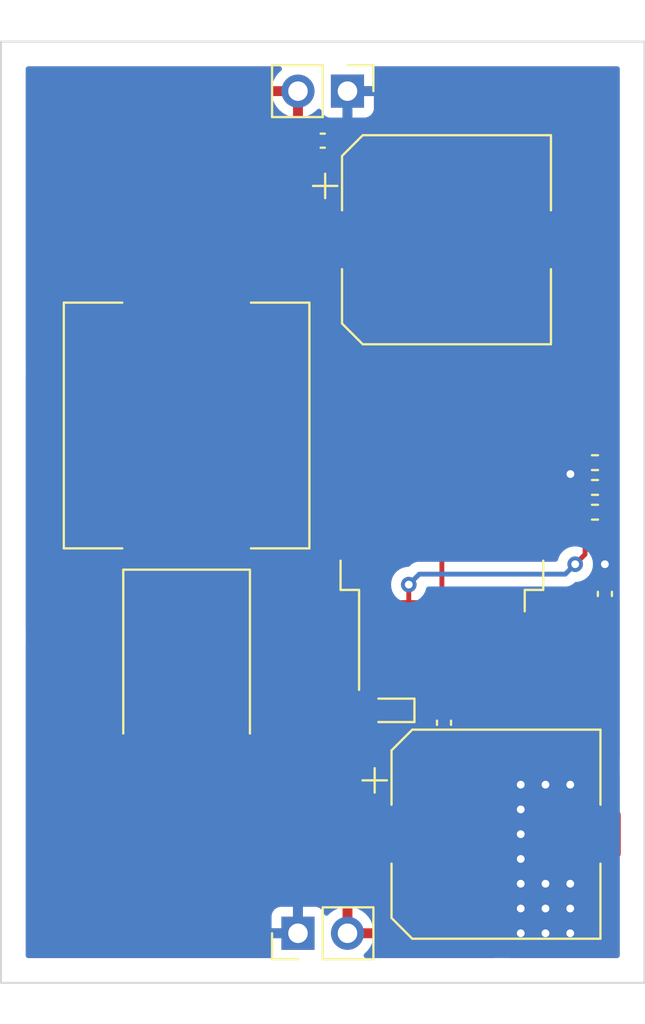
<source format=kicad_pcb>
(kicad_pcb (version 20211014) (generator pcbnew)
  (layers (0 "F.Cu" signal) (31 "B.Cu" signal) (34 "B.Paste" user) (35 "F.Paste" user) (36 "B.SilkS" user "B.Silkscreen") (37 "F.SilkS" user "F.Silkscreen") (38 "B.Mask" user) (39 "F.Mask" user) (44 "Edge.Cuts" user))
  (net 0 "")
  (net 1 "+12V")
  (net 2 "GND")
  (net 3 "Net-(C3-Pad2)")
  (net 4 "+5V")
  (net 5 "Net-(D2-Pad1)")
  (net 6 "Net-(R1-Pad1)")
  (net 7 "/REG_OUT")
  (footprint "Connector_PinHeader_2.54mm:PinHeader_1x02_P2.54mm_Vertical" (layer "F.Cu") (at 66.04 68.58 -90)
    (fp_text reference "J2" hide)
    (fp_text value "Conn_01x02")
    (fp_line (start -1.33 1.27) (end 1.33 1.27) (layer "F.SilkS") (width 0.12))
    (fp_line (start 1.33 1.27) (end 1.33 3.87) (layer "F.SilkS") (width 0.12))
    (fp_line (start -1.33 0) (end -1.33 -1.33) (layer "F.SilkS") (width 0.12))
    (fp_line (start -1.33 3.87) (end 1.33 3.87) (layer "F.SilkS") (width 0.12))
    (fp_line (start -1.33 1.27) (end -1.33 3.87) (layer "F.SilkS") (width 0.12))
    (fp_line (start -1.33 -1.33) (end 0 -1.33) (layer "F.SilkS") (width 0.12))
    (pad "1" thru_hole rect (at 0 0 270) (size 1.7 1.7) (drill 1) (layers *.Cu *.Mask) (net 2 "GND"))
    (pad "2" thru_hole oval (at 0 2.54 270) (size 1.7 1.7) (drill 1) (layers *.Cu *.Mask) (net 4 "+5V"))
  )
  (footprint "Diode_SMD:D_SMC" (layer "F.Cu") (at 57.785 97.917 -90)
    (fp_text reference "D1" hide)
    (fp_text value "B540")
    (fp_line (start -4.8 -3.25) (end 3.6 -3.25) (layer "F.SilkS") (width 0.12))
    (fp_line (start -4.8 3.25) (end -4.8 -3.25) (layer "F.SilkS") (width 0.12))
    (fp_line (start -4.8 3.25) (end 3.6 3.25) (layer "F.SilkS") (width 0.12))
    (pad "1" smd rect (at -3.4 0) (size 3.3 2.5) (layers "F.Cu" "F.Paste" "F.Mask") (net 7 "/REG_OUT"))
    (pad "2" smd rect (at 3.4 0) (size 3.3 2.5) (layers "F.Cu" "F.Paste" "F.Mask") (net 2 "GND"))
  )
  (footprint "Resistor_SMD:R_0402_1005Metric" (layer "F.Cu") (at 78.74 87.63 180)
    (fp_text reference "R1" hide)
    (fp_text value "10k")
    (fp_line (start -0.153641 0.38) (end 0.153641 0.38) (layer "F.SilkS") (width 0.12))
    (fp_line (start -0.153641 -0.38) (end 0.153641 -0.38) (layer "F.SilkS") (width 0.12))
    (pad "1" smd roundrect (at -0.51 0 180) (size 0.54 0.64) (layers "F.Cu" "F.Paste" "F.Mask") (net 6 "Net-(R1-Pad1)"))
    (pad "2" smd roundrect (at 0.51 0 180) (size 0.54 0.64) (layers "F.Cu" "F.Paste" "F.Mask") (net 4 "+5V"))
  )
  (footprint "Package_TO_SOT_SMD:TO-263-5_TabPin3" (layer "F.Cu") (at 70.885 91.205 90)
    (fp_text reference "U1" hide)
    (fp_text value "XL4015")
    (fp_line (start -2.95 -5.2) (end -2.95 -4.25) (layer "F.SilkS") (width 0.12))
    (fp_line (start -1.45 5.2) (end -2.95 5.2) (layer "F.SilkS") (width 0.12))
    (fp_line (start -2.95 4.25) (end -4.05 4.25) (layer "F.SilkS") (width 0.12))
    (fp_line (start -2.95 -4.25) (end -8.075 -4.25) (layer "F.SilkS") (width 0.12))
    (fp_line (start -1.45 -5.2) (end -2.95 -5.2) (layer "F.SilkS") (width 0.12))
    (fp_line (start -2.95 5.2) (end -2.95 4.25) (layer "F.SilkS") (width 0.12))
    (pad "1" smd rect (at -5.775 -3.4 90) (size 4.6 1.1) (layers "F.Cu" "F.Paste" "F.Mask") (net 2 "GND"))
    (pad "2" smd rect (at -5.775 -1.7 90) (size 4.6 1.1) (layers "F.Cu" "F.Paste" "F.Mask") (net 5 "Net-(D2-Pad1)"))
    (pad "3" smd rect (at 3.375 0 90) (size 9.4 10.8) (layers "F.Cu" "F.Mask") (net 7 "/REG_OUT"))
    (pad "3" smd rect (at -5.775 0 90) (size 4.6 1.1) (layers "F.Cu" "F.Paste" "F.Mask") (net 7 "/REG_OUT"))
    (pad "4" smd rect (at -5.775 1.7 90) (size 4.6 1.1) (layers "F.Cu" "F.Paste" "F.Mask") (net 3 "Net-(C3-Pad2)"))
    (pad "5" smd rect (at -5.775 3.4 90) (size 4.6 1.1) (layers "F.Cu" "F.Paste" "F.Mask") (net 1 "+12V"))
  )
  (footprint "Connector_PinHeader_2.54mm:PinHeader_1x02_P2.54mm_Vertical" (layer "F.Cu") (at 63.5 111.76 90)
    (fp_text reference "J1" hide)
    (fp_text value "Conn_01x02")
    (fp_line (start -1.33 1.27) (end 1.33 1.27) (layer "F.SilkS") (width 0.12))
    (fp_line (start -1.33 0) (end -1.33 -1.33) (layer "F.SilkS") (width 0.12))
    (fp_line (start -1.33 3.87) (end 1.33 3.87) (layer "F.SilkS") (width 0.12))
    (fp_line (start -1.33 1.27) (end -1.33 3.87) (layer "F.SilkS") (width 0.12))
    (fp_line (start -1.33 -1.33) (end 0 -1.33) (layer "F.SilkS") (width 0.12))
    (fp_line (start 1.33 1.27) (end 1.33 3.87) (layer "F.SilkS") (width 0.12))
    (pad "1" thru_hole rect (at 0 0 90) (size 1.7 1.7) (drill 1) (layers *.Cu *.Mask) (net 2 "GND"))
    (pad "2" thru_hole oval (at 0 2.54 90) (size 1.7 1.7) (drill 1) (layers *.Cu *.Mask) (net 1 "+12V"))
  )
  (footprint "Capacitor_SMD:C_0402_1005Metric" (layer "F.Cu") (at 70.993 100.965 90)
    (fp_text reference "C3" hide)
    (fp_text value "1nF")
    (fp_line (start -0.107836 -0.36) (end 0.107836 -0.36) (layer "F.SilkS") (width 0.12))
    (fp_line (start -0.107836 0.36) (end 0.107836 0.36) (layer "F.SilkS") (width 0.12))
    (pad "1" smd roundrect (at -0.48 0 90) (size 0.56 0.62) (layers "F.Cu" "F.Paste" "F.Mask") (net 1 "+12V"))
    (pad "2" smd roundrect (at 0.48 0 90) (size 0.56 0.62) (layers "F.Cu" "F.Paste" "F.Mask") (net 3 "Net-(C3-Pad2)"))
  )
  (footprint "Resistor_SMD:R_0402_1005Metric" (layer "F.Cu") (at 78.74 90.17)
    (fp_text reference "R2" hide)
    (fp_text value "10k")
    (fp_line (start -0.153641 -0.38) (end 0.153641 -0.38) (layer "F.SilkS") (width 0.12))
    (fp_line (start -0.153641 0.38) (end 0.153641 0.38) (layer "F.SilkS") (width 0.12))
    (pad "1" smd roundrect (at -0.51 0) (size 0.54 0.64) (layers "F.Cu" "F.Paste" "F.Mask") (net 5 "Net-(D2-Pad1)"))
    (pad "2" smd roundrect (at 0.51 0) (size 0.54 0.64) (layers "F.Cu" "F.Paste" "F.Mask") (net 6 "Net-(R1-Pad1)"))
  )
  (footprint "Capacitor_SMD:C_0402_1005Metric" (layer "F.Cu") (at 64.77 71.12)
    (fp_text reference "C4" hide)
    (fp_text value "1nF")
    (fp_line (start -0.107836 -0.36) (end 0.107836 -0.36) (layer "F.SilkS") (width 0.12))
    (fp_line (start -0.107836 0.36) (end 0.107836 0.36) (layer "F.SilkS") (width 0.12))
    (pad "1" smd roundrect (at -0.48 0) (size 0.56 0.62) (layers "F.Cu" "F.Paste" "F.Mask") (net 4 "+5V"))
    (pad "2" smd roundrect (at 0.48 0) (size 0.56 0.62) (layers "F.Cu" "F.Paste" "F.Mask") (net 2 "GND"))
  )
  (footprint "Diode_SMD:D_SOD-523" (layer "F.Cu") (at 68.326 100.33 180)
    (fp_text reference "D2" hide)
    (fp_text value "1N4148")
    (fp_line (start 0.7 0.6) (end -1.15 0.6) (layer "F.SilkS") (width 0.12))
    (fp_line (start 0.7 -0.6) (end -1.15 -0.6) (layer "F.SilkS") (width 0.12))
    (fp_line (start -1.15 -0.6) (end -1.15 0.6) (layer "F.SilkS") (width 0.12))
    (pad "1" smd rect (at -0.7 0) (size 0.6 0.7) (layers "F.Cu" "F.Paste" "F.Mask") (net 5 "Net-(D2-Pad1)"))
    (pad "2" smd rect (at 0.7 0) (size 0.6 0.7) (layers "F.Cu" "F.Paste" "F.Mask") (net 2 "GND"))
  )
  (footprint "Capacitor_SMD:C_0402_1005Metric" (layer "F.Cu") (at 79.248 94.361 90)
    (fp_text reference "C2" hide)
    (fp_text value "1nF")
    (fp_line (start -0.107836 -0.36) (end 0.107836 -0.36) (layer "F.SilkS") (width 0.12))
    (fp_line (start -0.107836 0.36) (end 0.107836 0.36) (layer "F.SilkS") (width 0.12))
    (pad "1" smd roundrect (at -0.48 0 90) (size 0.56 0.62) (layers "F.Cu" "F.Paste" "F.Mask") (net 1 "+12V"))
    (pad "2" smd roundrect (at 0.48 0 90) (size 0.56 0.62) (layers "F.Cu" "F.Paste" "F.Mask") (net 2 "GND"))
  )
  (footprint "Capacitor_SMD:CP_Elec_10x10.5" (layer "F.Cu") (at 71.12 76.2)
    (fp_text reference "C5" hide)
    (fp_text value "330uF 25V")
    (fp_line (start -4.295563 -5.36) (end 5.36 -5.36) (layer "F.SilkS") (width 0.12))
    (fp_line (start -5.36 4.295563) (end -5.36 1.51) (layer "F.SilkS") (width 0.12))
    (fp_line (start -5.36 4.295563) (end -4.295563 5.36) (layer "F.SilkS") (width 0.12))
    (fp_line (start 5.36 -5.36) (end 5.36 -1.51) (layer "F.SilkS") (width 0.12))
    (fp_line (start -4.295563 5.36) (end 5.36 5.36) (layer "F.SilkS") (width 0.12))
    (fp_line (start -5.36 -4.295563) (end -5.36 -1.51) (layer "F.SilkS") (width 0.12))
    (fp_line (start 5.36 5.36) (end 5.36 1.51) (layer "F.SilkS") (width 0.12))
    (fp_line (start -6.225 -3.385) (end -6.225 -2.135) (layer "F.SilkS") (width 0.12))
    (fp_line (start -5.36 -4.295563) (end -4.295563 -5.36) (layer "F.SilkS") (width 0.12))
    (fp_line (start -6.85 -2.76) (end -5.6 -2.76) (layer "F.SilkS") (width 0.12))
    (pad "1" smd roundrect (at -4.2 0) (size 4.4 2.5) (layers "F.Cu" "F.Paste" "F.Mask") (roundrect_rratio 0.1) (net 4 "+5V"))
    (pad "2" smd roundrect (at 4.2 0) (size 4.4 2.5) (layers "F.Cu" "F.Paste" "F.Mask") (roundrect_rratio 0.1) (net 2 "GND"))
  )
  (footprint "Inductor_SMD:L_12x12mm_H6mm" (layer "F.Cu") (at 57.785 85.725 90)
    (fp_text reference "L1" hide)
    (fp_text value "47uH 5A")
    (fp_line (start 6.3 3.3) (end 6.3 6.3) (layer "F.SilkS") (width 0.12))
    (fp_line (start -6.3 -3.3) (end -6.3 -6.3) (layer "F.SilkS") (width 0.12))
    (fp_line (start -6.3 6.3) (end -6.3 3.3) (layer "F.SilkS") (width 0.12))
    (fp_line (start -6.3 -6.3) (end 6.3 -6.3) (layer "F.SilkS") (width 0.12))
    (fp_line (start 6.3 6.3) (end -6.3 6.3) (layer "F.SilkS") (width 0.12))
    (fp_line (start 6.3 -6.3) (end 6.3 -3.3) (layer "F.SilkS") (width 0.12))
    (pad "1" smd rect (at -4.95 0 90) (size 2.9 5.4) (layers "F.Cu" "F.Paste" "F.Mask") (net 7 "/REG_OUT"))
    (pad "2" smd rect (at 4.95 0 90) (size 2.9 5.4) (layers "F.Cu" "F.Paste" "F.Mask") (net 4 "+5V"))
  )
  (footprint "Capacitor_SMD:CP_Elec_10x10.5" (layer "F.Cu") (at 73.66 106.68)
    (fp_text reference "C1" hide)
    (fp_text value "220uF 50V")
    (fp_line (start -4.295563 -5.36) (end 5.36 -5.36) (layer "F.SilkS") (width 0.12))
    (fp_line (start -5.36 4.295563) (end -4.295563 5.36) (layer "F.SilkS") (width 0.12))
    (fp_line (start 5.36 -5.36) (end 5.36 -1.51) (layer "F.SilkS") (width 0.12))
    (fp_line (start -5.36 4.295563) (end -5.36 1.51) (layer "F.SilkS") (width 0.12))
    (fp_line (start 5.36 5.36) (end 5.36 1.51) (layer "F.SilkS") (width 0.12))
    (fp_line (start -5.36 -4.295563) (end -5.36 -1.51) (layer "F.SilkS") (width 0.12))
    (fp_line (start -4.295563 5.36) (end 5.36 5.36) (layer "F.SilkS") (width 0.12))
    (fp_line (start -6.225 -3.385) (end -6.225 -2.135) (layer "F.SilkS") (width 0.12))
    (fp_line (start -6.85 -2.76) (end -5.6 -2.76) (layer "F.SilkS") (width 0.12))
    (fp_line (start -5.36 -4.295563) (end -4.295563 -5.36) (layer "F.SilkS") (width 0.12))
    (pad "1" smd roundrect (at -4.2 0) (size 4.4 2.5) (layers "F.Cu" "F.Paste" "F.Mask") (roundrect_rratio 0.1) (net 1 "+12V"))
    (pad "2" smd roundrect (at 4.2 0) (size 4.4 2.5) (layers "F.Cu" "F.Paste" "F.Mask") (roundrect_rratio 0.1) (net 2 "GND"))
  )
  (footprint "Resistor_SMD:R_0402_1005Metric" (layer "F.Cu") (at 78.74 88.9)
    (fp_text reference "R3" hide)
    (fp_text value "3.3k")
    (fp_line (start -0.153641 0.38) (end 0.153641 0.38) (layer "F.SilkS") (width 0.12))
    (fp_line (start -0.153641 -0.38) (end 0.153641 -0.38) (layer "F.SilkS") (width 0.12))
    (pad "1" smd roundrect (at -0.51 0) (size 0.54 0.64) (layers "F.Cu" "F.Paste" "F.Mask") (net 2 "GND"))
    (pad "2" smd roundrect (at 0.51 0) (size 0.54 0.64) (layers "F.Cu" "F.Paste" "F.Mask") (net 6 "Net-(R1-Pad1)"))
  )
  (gr_rect (start 48.26 66.04) (end 81.28 114.3) (layer "Edge.Cuts") (width 0.1) (fill none))
  (segment (start 77.478767 88.214685) (end 77.544685 88.214685) (width 0.25) (layer "F.Cu") (net 2))
  (segment (start 79.248 93.881) (end 79.248 92.837) (width 0.25) (layer "F.Cu") (net 2))
  (segment (start 77.544685 88.214685) (end 78.23 88.9) (width 0.25) (layer "F.Cu") (net 2))
  (via (at 74.93 106.68) (size 0.8) (drill 0.4) (layers "F.Cu" "B.Cu") (net 2))
  (via (at 74.93 107.95) (size 0.8) (drill 0.4) (layers "F.Cu" "B.Cu") (net 2))
  (via (at 74.93 110.49) (size 0.8) (drill 0.4) (layers "F.Cu" "B.Cu") (net 2))
  (via (at 77.47 109.22) (size 0.8) (drill 0.4) (layers "F.Cu" "B.Cu") (net 2))
  (via (at 76.2 104.14) (size 0.8) (drill 0.4) (layers "F.Cu" "B.Cu") (net 2))
  (via (at 77.478767 88.214685) (size 0.8) (drill 0.4) (layers "F.Cu" "B.Cu") (net 2))
  (via (at 74.93 104.14) (size 0.8) (drill 0.4) (layers "F.Cu" "B.Cu") (net 2))
  (via (at 77.47 104.14) (size 0.8) (drill 0.4) (layers "F.Cu" "B.Cu") (net 2))
  (via (at 79.248 92.837) (size 0.8) (drill 0.4) (layers "F.Cu" "B.Cu") (net 2))
  (via (at 74.93 109.22) (size 0.8) (drill 0.4) (layers "F.Cu" "B.Cu") (net 2))
  (via (at 74.93 105.41) (size 0.8) (drill 0.4) (layers "F.Cu" "B.Cu") (net 2))
  (via (at 76.2 110.49) (size 0.8) (drill 0.4) (layers "F.Cu" "B.Cu") (net 2))
  (via (at 76.2 109.22) (size 0.8) (drill 0.4) (layers "F.Cu" "B.Cu") (net 2))
  (via (at 74.93 111.76) (size 0.8) (drill 0.4) (layers "F.Cu" "B.Cu") (net 2))
  (via (at 77.47 110.49) (size 0.8) (drill 0.4) (layers "F.Cu" "B.Cu") (net 2))
  (via (at 76.2 111.76) (size 0.8) (drill 0.4) (layers "F.Cu" "B.Cu") (net 2))
  (via (at 77.47 111.76) (size 0.8) (drill 0.4) (layers "F.Cu" "B.Cu") (net 2))
  (segment (start 72.585 98.893) (end 70.993 100.485) (width 0.25) (layer "F.Cu") (net 3))
  (segment (start 72.585 96.98) (end 72.585 98.893) (width 0.25) (layer "F.Cu") (net 3))
  (segment (start 76.962 82.423) (end 78.23 83.691) (width 0.25) (layer "F.Cu") (net 4))
  (segment (start 70.739 82.423) (end 76.962 82.423) (width 0.25) (layer "F.Cu") (net 4))
  (segment (start 78.23 83.691) (end 78.23 87.63) (width 0.25) (layer "F.Cu") (net 4))
  (segment (start 69.091 80.775) (end 70.739 82.423) (width 0.25) (layer "F.Cu") (net 4))
  (segment (start 57.785 80.775) (end 69.091 80.775) (width 0.25) (layer "F.Cu") (net 4))
  (segment (start 78.23 92.331) (end 78.23 90.17) (width 0.25) (layer "F.Cu") (net 5))
  (segment (start 69.185 100.171) (end 69.185 96.98) (width 0.25) (layer "F.Cu") (net 5))
  (segment (start 69.185 93.883) (end 69.185 96.98) (width 0.25) (layer "F.Cu") (net 5))
  (segment (start 69.28 97.075) (end 69.185 96.98) (width 0.25) (layer "F.Cu") (net 5))
  (segment (start 69.026 100.33) (end 69.185 100.171) (width 0.25) (layer "F.Cu") (net 5))
  (segment (start 77.724 92.837) (end 78.23 92.331) (width 0.25) (layer "F.Cu") (net 5))
  (via (at 77.724 92.837) (size 0.8) (drill 0.4) (layers "F.Cu" "B.Cu") (net 5))
  (via (at 69.185 93.883) (size 0.8) (drill 0.4) (layers "F.Cu" "B.Cu") (net 5))
  (segment (start 77.724 92.837) (end 77.216 93.345) (width 0.25) (layer "B.Cu") (net 5))
  (segment (start 69.723 93.345) (end 69.185 93.883) (width 0.25) (layer "B.Cu") (net 5))
  (segment (start 77.216 93.345) (end 69.723 93.345) (width 0.25) (layer "B.Cu") (net 5))
  (segment (start 79.25 87.63) (end 79.25 88.9) (width 0.25) (layer "F.Cu") (net 6))
  (segment (start 79.25 88.9) (end 79.25 90.17) (width 0.25) (layer "F.Cu") (net 6))
  (segment (start 70.885 96.98) (end 70.885 87.83) (width 0.25) (layer "F.Cu") (net 7))
  (zone (net 2) (net_name "GND") (layer "F.Cu") (connect_pads thru_hole_only (clearance 0.508)) (min_thickness 0.254) (fill yes (thermal_gap 0.508) (thermal_bridge_width 0.508))
    (polygon (pts (xy 80.01 82.55) (xy 71.628 82.55) (xy 71.628 71.882) (xy 65.024 71.882) (xy 65.024 67.31) (xy 80.01 67.31)))
  )
  (zone (net 7) (net_name "/REG_OUT") (layer "F.Cu") (connect_pads thru_hole_only (clearance 0.508)) (min_thickness 0.254) (fill yes (thermal_gap 0.508) (thermal_bridge_width 0.508))
    (polygon (pts (xy 76.581 92.71) (xy 62.992 92.71) (xy 62.992 96.266) (xy 49.53 96.266) (xy 49.53 92.71) (xy 49.53 83.058) (xy 76.581 83.058)))
  )
  (zone (net 2) (net_name "GND") (layer "F.Cu") (connect_pads thru_hole_only (clearance 0.508)) (min_thickness 0.254) (fill yes (thermal_gap 0.508) (thermal_bridge_width 0.508))
    (polygon (pts (xy 80.01 113.03) (xy 74.295 113.03) (xy 74.295 103.505) (xy 80.01 103.505)))
  )
  (zone (net 2) (net_name "GND") (layer "F.Cu") (connect_pads thru_hole_only (clearance 0.508)) (min_thickness 0.254) (fill yes (thermal_gap 0.508) (thermal_bridge_width 0.508))
    (polygon (pts (xy 68.326 103.124) (xy 64.389 103.124) (xy 64.389 113.03) (xy 49.53 113.03) (xy 49.53 103.124) (xy 49.53 96.774) (xy 63.5 96.774) (xy 63.5 93.218) (xy 68.326 93.218)))
  )
  (zone (net 4) (net_name "+5V") (layer "F.Cu") (connect_pads thru_hole_only (clearance 0.508)) (min_thickness 0.254) (fill yes (thermal_gap 0.508) (thermal_bridge_width 0.508))
    (polygon (pts (xy 64.516 72.39) (xy 71.12 72.39) (xy 71.12 82.55) (xy 49.53 82.55) (xy 49.53 67.31) (xy 64.516 67.31)))
  )
  (zone (net 1) (net_name "+12V") (layer "F.Cu") (connect_pads thru_hole_only (clearance 0.508)) (min_thickness 0.254) (fill yes (thermal_gap 0.508) (thermal_bridge_width 0.508))
    (polygon (pts (xy 80.01 102.87) (xy 73.66 102.87) (xy 73.66 113.03) (xy 65.024 113.03) (xy 65.024 103.759) (xy 68.961 103.759) (xy 68.961 101.219) (xy 71.501 101.219) (xy 71.501 99.822) (xy 73.533 99.822) (xy 73.533 94.361) (xy 80.01 94.361)))
  )
  (zone (net 2) (net_name "GND") (layer "B.Cu") (connect_pads (clearance 0.508)) (min_thickness 0.254) (fill yes (thermal_gap 0.508) (thermal_bridge_width 0.508))
    (polygon (pts (xy 80.01 113.03) (xy 49.53 113.03) (xy 49.53 67.31) (xy 80.01 67.31)))
  )
)
</source>
